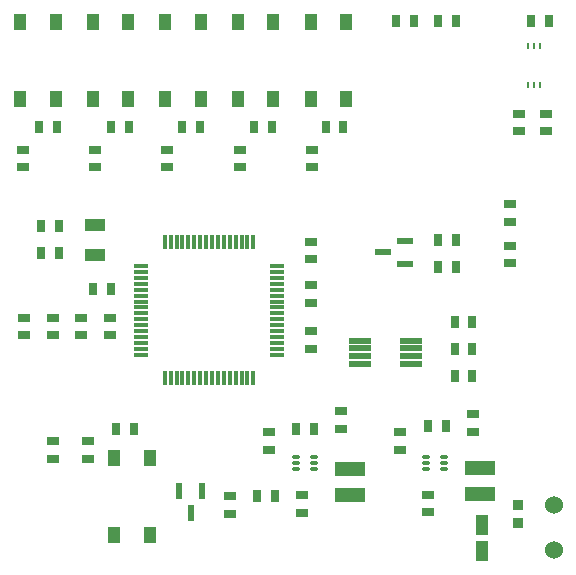
<source format=gtp>
G04*
G04 #@! TF.GenerationSoftware,Altium Limited,Altium Designer,22.8.2 (66)*
G04*
G04 Layer_Color=8421504*
%FSLAX25Y25*%
%MOIN*%
G70*
G04*
G04 #@! TF.SameCoordinates,353F7BBD-D662-4BEA-BAB2-8ECF1C4A7E15*
G04*
G04*
G04 #@! TF.FilePolarity,Positive*
G04*
G01*
G75*
%ADD17R,0.07700X0.02000*%
%ADD18R,0.04331X0.05512*%
%ADD19R,0.03937X0.03150*%
%ADD20R,0.03150X0.03937*%
%ADD21C,0.06000*%
%ADD22R,0.04331X0.06693*%
%ADD23R,0.07087X0.03937*%
%ADD24R,0.00903X0.02375*%
%ADD25R,0.03543X0.03543*%
%ADD26R,0.09843X0.04724*%
%ADD27R,0.01181X0.04724*%
%ADD28R,0.04724X0.01181*%
%ADD29R,0.02362X0.05512*%
G04:AMPARAMS|DCode=30|XSize=26.38mil|YSize=11.81mil|CornerRadius=1.95mil|HoleSize=0mil|Usage=FLASHONLY|Rotation=0.000|XOffset=0mil|YOffset=0mil|HoleType=Round|Shape=RoundedRectangle|*
%AMROUNDEDRECTD30*
21,1,0.02638,0.00791,0,0,0.0*
21,1,0.02248,0.01181,0,0,0.0*
1,1,0.00390,0.01124,-0.00396*
1,1,0.00390,-0.01124,-0.00396*
1,1,0.00390,-0.01124,0.00396*
1,1,0.00390,0.01124,0.00396*
%
%ADD30ROUNDEDRECTD30*%
%ADD31R,0.05512X0.02362*%
D17*
X440600Y301400D02*
D03*
Y298800D02*
D03*
Y296200D02*
D03*
Y293600D02*
D03*
X457400D02*
D03*
Y296200D02*
D03*
Y298800D02*
D03*
Y301400D02*
D03*
D18*
X358594Y236705D02*
D03*
Y262295D02*
D03*
X370406Y236705D02*
D03*
Y262295D02*
D03*
X424000Y381909D02*
D03*
Y407500D02*
D03*
X435811Y381909D02*
D03*
Y407500D02*
D03*
X411608Y407591D02*
D03*
Y382000D02*
D03*
X399797Y407591D02*
D03*
Y382000D02*
D03*
X375594D02*
D03*
Y407591D02*
D03*
X387405Y382000D02*
D03*
Y407591D02*
D03*
X363203D02*
D03*
Y382000D02*
D03*
X351392Y407591D02*
D03*
Y382000D02*
D03*
X327189D02*
D03*
Y407591D02*
D03*
X339000Y382000D02*
D03*
Y407591D02*
D03*
D19*
X490500Y333000D02*
D03*
Y327095D02*
D03*
X349915Y267905D02*
D03*
Y262000D02*
D03*
X424000Y304500D02*
D03*
Y298594D02*
D03*
Y314000D02*
D03*
Y319905D02*
D03*
Y334405D02*
D03*
Y328500D02*
D03*
X490500Y346953D02*
D03*
Y341047D02*
D03*
X328000Y359095D02*
D03*
Y365000D02*
D03*
X352125Y359095D02*
D03*
Y365000D02*
D03*
X376250Y359095D02*
D03*
Y365000D02*
D03*
X400375Y359095D02*
D03*
Y365000D02*
D03*
X424500Y359095D02*
D03*
Y365000D02*
D03*
X338000Y262000D02*
D03*
Y267905D02*
D03*
X493500Y377000D02*
D03*
Y371094D02*
D03*
X453644Y265074D02*
D03*
Y270980D02*
D03*
X410000Y265047D02*
D03*
Y270953D02*
D03*
X397000Y249500D02*
D03*
Y243595D02*
D03*
X328500Y303095D02*
D03*
Y309000D02*
D03*
X357000Y303095D02*
D03*
Y309000D02*
D03*
X347500Y303095D02*
D03*
Y309000D02*
D03*
X338000Y303095D02*
D03*
Y309000D02*
D03*
X502500Y377000D02*
D03*
Y371094D02*
D03*
X463000Y244094D02*
D03*
Y250000D02*
D03*
X421000Y244000D02*
D03*
Y249905D02*
D03*
X478063Y276905D02*
D03*
Y271000D02*
D03*
X434087Y277906D02*
D03*
Y272000D02*
D03*
D20*
X351594Y318500D02*
D03*
X357500D02*
D03*
X411953Y249500D02*
D03*
X406047D02*
D03*
X466595Y408000D02*
D03*
X472500D02*
D03*
X477906Y307500D02*
D03*
X472000D02*
D03*
X477906Y298500D02*
D03*
X472000D02*
D03*
X477906Y289500D02*
D03*
X472000D02*
D03*
X466595Y326000D02*
D03*
X472500D02*
D03*
X469063Y273000D02*
D03*
X463158D02*
D03*
X425087Y272000D02*
D03*
X419181D02*
D03*
X365000D02*
D03*
X359095D02*
D03*
X334095Y339500D02*
D03*
X340000D02*
D03*
X334095Y330500D02*
D03*
X340000D02*
D03*
X429000Y372500D02*
D03*
X434905D02*
D03*
X405125D02*
D03*
X411030D02*
D03*
X381250D02*
D03*
X387156D02*
D03*
X357375D02*
D03*
X363281D02*
D03*
X333500D02*
D03*
X339405D02*
D03*
X452547Y408000D02*
D03*
X458453D02*
D03*
X472500Y335000D02*
D03*
X466595D02*
D03*
X503500Y408000D02*
D03*
X497594D02*
D03*
D21*
X505000Y231500D02*
D03*
Y246500D02*
D03*
D22*
X481000Y231169D02*
D03*
Y239831D02*
D03*
D23*
X352000Y339843D02*
D03*
Y330000D02*
D03*
D24*
X496500Y399475D02*
D03*
X498469D02*
D03*
X500438D02*
D03*
Y386500D02*
D03*
X498469D02*
D03*
X496500D02*
D03*
D25*
X493000Y240595D02*
D03*
Y246500D02*
D03*
D26*
X480500Y259000D02*
D03*
Y250339D02*
D03*
X437087Y258500D02*
D03*
Y249839D02*
D03*
D27*
X375374Y334091D02*
D03*
X377343D02*
D03*
X379311D02*
D03*
X381279D02*
D03*
X383248D02*
D03*
X385216D02*
D03*
X387185D02*
D03*
X389154D02*
D03*
X391122D02*
D03*
X393091D02*
D03*
X395059D02*
D03*
X397028D02*
D03*
X398996D02*
D03*
X400965D02*
D03*
X402933D02*
D03*
X404902D02*
D03*
Y288815D02*
D03*
X402933D02*
D03*
X400965D02*
D03*
X398996D02*
D03*
X397028D02*
D03*
X395059D02*
D03*
X393091D02*
D03*
X391122D02*
D03*
X389154D02*
D03*
X387185D02*
D03*
X385216D02*
D03*
X383248D02*
D03*
X381279D02*
D03*
X379311D02*
D03*
X377343D02*
D03*
X375374D02*
D03*
D28*
X412776Y326217D02*
D03*
Y324248D02*
D03*
Y322280D02*
D03*
Y320311D02*
D03*
Y318342D02*
D03*
Y316374D02*
D03*
Y314405D02*
D03*
Y312437D02*
D03*
Y310469D02*
D03*
Y308500D02*
D03*
Y306532D02*
D03*
Y304563D02*
D03*
Y302594D02*
D03*
Y300626D02*
D03*
Y298657D02*
D03*
Y296689D02*
D03*
X367500D02*
D03*
Y298657D02*
D03*
Y300626D02*
D03*
Y302594D02*
D03*
Y304563D02*
D03*
Y306532D02*
D03*
Y308500D02*
D03*
Y310469D02*
D03*
Y312437D02*
D03*
Y314405D02*
D03*
Y316374D02*
D03*
Y318342D02*
D03*
Y320311D02*
D03*
Y322280D02*
D03*
Y324248D02*
D03*
Y326217D02*
D03*
D29*
X387740Y251240D02*
D03*
X380260D02*
D03*
X384000Y243760D02*
D03*
D30*
X425000Y262469D02*
D03*
Y260500D02*
D03*
Y258531D02*
D03*
X419173D02*
D03*
Y260500D02*
D03*
Y262469D02*
D03*
X462587D02*
D03*
Y260500D02*
D03*
Y258531D02*
D03*
X468413D02*
D03*
Y260500D02*
D03*
Y262469D02*
D03*
D31*
X448020Y330760D02*
D03*
X455500Y334500D02*
D03*
Y327020D02*
D03*
M02*

</source>
